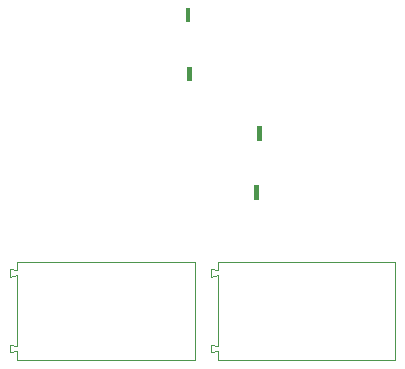
<source format=gbr>
G04*
G04 #@! TF.GenerationSoftware,Altium Limited,Altium Designer,24.6.1 (21)*
G04*
G04 Layer_Color=32768*
%FSLAX25Y25*%
%MOIN*%
G70*
G04*
G04 #@! TF.SameCoordinates,E7B071F1-E274-4D6C-8170-77C2E5B523DC*
G04*
G04*
G04 #@! TF.FilePolarity,Positive*
G04*
G01*
G75*
%ADD15C,0.00394*%
G36*
X269882Y72441D02*
Y77165D01*
X271456D01*
Y72441D01*
X269882D01*
D02*
G37*
G36*
X270866Y92126D02*
Y96850D01*
X272441D01*
Y92126D01*
X270866D01*
D02*
G37*
G36*
X249015Y116535D02*
Y111811D01*
X247442D01*
Y116535D01*
X249015D01*
D02*
G37*
G36*
X248622Y136220D02*
Y131496D01*
X247047D01*
Y136220D01*
X248622D01*
D02*
G37*
D15*
X257874Y51772D02*
X316929D01*
X257874Y19094D02*
X316929D01*
Y51772D01*
X255512Y46752D02*
Y49311D01*
Y46752D02*
X257874Y47244D01*
X255512Y49311D02*
X257874Y48819D01*
Y51772D01*
X255512Y21555D02*
Y24114D01*
Y21555D02*
X257874Y22047D01*
X255512Y24114D02*
X257874Y23622D01*
Y19094D02*
Y22047D01*
Y23622D02*
Y47244D01*
X190945Y51772D02*
X250000D01*
X190945Y19094D02*
X250000D01*
Y51772D01*
X188583Y46752D02*
Y49311D01*
Y46752D02*
X190945Y47244D01*
X188583Y49311D02*
X190945Y48819D01*
Y51772D01*
X188583Y21555D02*
Y24114D01*
Y21555D02*
X190945Y22047D01*
X188583Y24114D02*
X190945Y23622D01*
Y19094D02*
Y22047D01*
Y23622D02*
Y47244D01*
M02*

</source>
